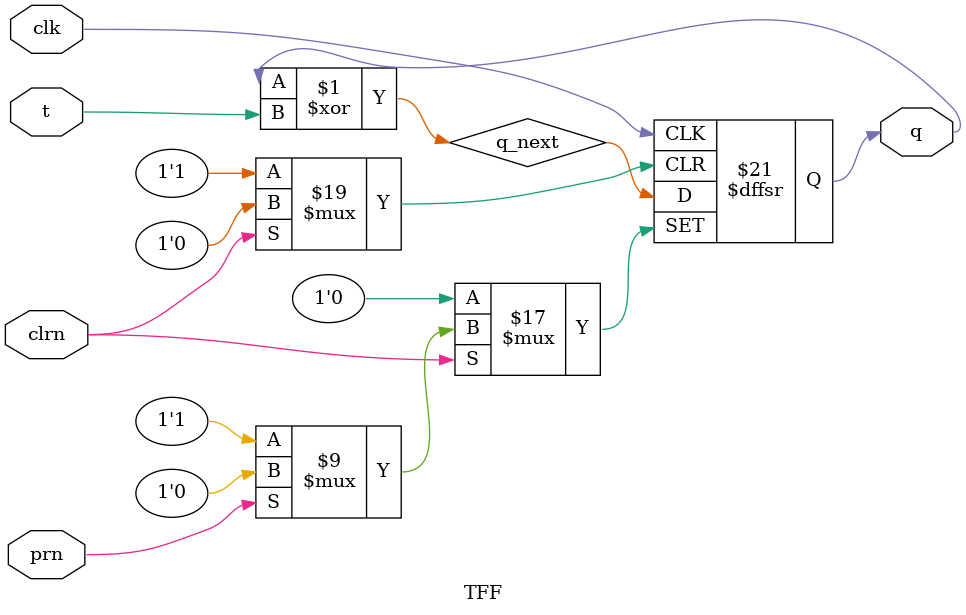
<source format=sv>
module Swap_unit #(
    parameter SIZE_ADDR     = 8 ,
    parameter SIZE_DATA     = 8 
)(
    input logic                     i_clk           ,
    input logic                     i_rst_n         ,
    
    input logic                     i_rd_en         ,
    input logic [SIZE_ADDR-1:0]     i_addr_i        ,
    input logic [SIZE_ADDR-1:0]     i_addr_smallest ,
    input logic [SIZE_DATA-1:0]     i_data_ram      ,

    output logic                    o_rd_en         ,
    output logic                    o_wr_en         ,
    output logic [SIZE_ADDR-1:0]    o_addr_ram      ,
    output logic [SIZE_DATA-1:0]    o_data_ram      ,

    output logic                    o_compare       ,
    output logic                    o_done_rd       ,
    output logic                    o_done_wr         
);

logic [SIZE_DATA-1:0]   i_READ_data_i;
logic [SIZE_DATA-1:0]   w_READ_data_i;

logic [SIZE_DATA-1:0]   i_READ_data_smallest;
logic [SIZE_DATA-1:0]   w_READ_data_smallest;
logic                   w_READ_en;
logic                   w_READ_select;

logic                   w_READ_rd_en;
logic                   w_READ_rd_en_1;

logic                   w_o_done_1;

logic                   w_WRITE_en;
logic                   w_WRITE_en_addr;
logic                   w_WRITE_en_1;

logic                   w_SELSWAP_sel;
logic                   w_SELSWAP_sel_1;
logic                   w_SELSWAP_sel_2;

always_ff @( posedge i_clk or negedge i_rst_n ) begin
    if(~i_rst_n) begin
        w_READ_data_i           <= '0;
        w_READ_data_smallest    <= '0;
    end else if(w_READ_en) begin
        w_READ_data_i           <= i_READ_data_i;
        w_READ_data_smallest    <= i_READ_data_smallest;
    end
end
TFF TFF_UNIT (
    .t                  (w_READ_en),
    .clk                (i_clk),
    .clrn               (1'b1),
    .prn                (1'b1),
    .q                  (w_READ_select) 
);
demux1to2 #(
    .SIZE_DATA          (SIZE_DATA)
) DEMUX_1_TO_2 (
    .din                (i_data_ram),
    .sel                (w_READ_select),
    .y0                 (i_READ_data_smallest),
    .y1                 (i_READ_data_i)
);
always_ff @( posedge i_clk or negedge i_rst_n ) begin
    if(~i_rst_n) begin
        w_READ_en       <= '0;
        w_READ_rd_en_1  <= '0;    
    end else begin
        w_READ_en       <= o_rd_en;
        w_READ_rd_en_1  <= w_READ_en;    
    end
end
assign w_READ_rd_en = i_rd_en | w_READ_rd_en_1;
always_ff @( posedge i_clk or negedge i_rst_n ) begin : proc_output_rd_en
    if(~i_rst_n) begin
        o_rd_en         <= '0;
    end else begin
        o_rd_en         <= w_READ_rd_en;
    end
end

assign o_compare = w_READ_data_i < w_READ_data_smallest;

always_ff @( posedge i_clk or negedge i_rst_n ) begin
    if(~i_rst_n) begin
        w_o_done_1      <= '0;
        o_done_rd       <= '0;
    end else begin
        w_o_done_1      <= w_READ_rd_en_1;
        o_done_rd       <= w_o_done_1;
    end
end

always_ff @( posedge i_clk or negedge i_rst_n ) begin
    if(~i_rst_n) begin
        w_WRITE_en_1    <= '0;
    end else begin
        w_WRITE_en_1    <= o_compare;
    end 
end
assign w_WRITE_en = w_WRITE_en_1 | o_compare;

TFF TFF_UNIT_1 (
    .t                  (o_rd_en),
    .clk                (i_clk),
    .clrn               (1'b1),
    .prn                (1'b1),
    .q                  (w_SELSWAP_sel_1) 
);
TFF TFF_UNIT_2 (
    .t                  (w_WRITE_en),
    .clk                (i_clk),
    .clrn               (1'b1),
    .prn                (1'b1),
    .q                  (w_SELSWAP_sel_2) 
);
assign w_SELSWAP_sel = w_SELSWAP_sel_1 | w_SELSWAP_sel_2;

Swap_data #(
    .SIZE_DATA (SIZE_DATA)
) SWAP_DATA_UNIT (
    .i_clk              (i_clk),
    .i_rst_n            (i_rst_n),
    .i_en               (w_WRITE_en),
    .i_compare          (o_compare),
    .i_sel              (w_SELSWAP_sel),
    .i_data_i           (w_READ_data_i),
    .i_data_smallest    (w_READ_data_smallest),
    .o_data_ram         (o_data_ram) 
);
assign w_WRITE_en_addr = w_READ_rd_en | w_WRITE_en;
Swap_addr #(
    .SIZE_ADDR (SIZE_ADDR)
) SWAP_ADDR_UNIT (
    .i_clk              (i_clk),
    .i_rst_n            (i_rst_n),
    .i_en               (w_WRITE_en_addr),
    .i_compare          (o_compare),
    .i_sel              (w_SELSWAP_sel),
    .i_addr_i           (i_addr_i),
    .i_addr_smallest    (i_addr_smallest),
    .o_addr_ram         (o_addr_ram) 
);
always_ff @( posedge i_clk or negedge i_rst_n ) begin
    if(~i_rst_n) begin
        o_wr_en         <= '0;
    end else begin
        o_wr_en         <= w_WRITE_en;
    end
end
always_ff @( posedge i_clk or negedge i_rst_n ) begin
    if(~i_rst_n) begin
        o_done_wr         <= '0;
    end else begin
        o_done_wr         <= o_wr_en;
    end
end

endmodule

module Swap_data #(
    parameter SIZE_DATA = 8
)(
    input logic                     i_clk           ,
    input logic                     i_rst_n         ,

    input logic                     i_en            ,
    input logic                     i_compare       ,
    input logic                     i_sel           ,

    input logic [SIZE_DATA-1:0]     i_data_i        ,
    input logic [SIZE_DATA-1:0]     i_data_smallest ,
    
    output logic [SIZE_DATA-1:0]    o_data_ram       
);

logic [SIZE_DATA-1:0] w_max_data;
logic [SIZE_DATA-1:0] w_min_data;

assign w_max_data   = (i_compare) ? i_data_smallest : i_data_i; 
assign w_min_data   = (i_compare) ? i_data_i        : i_data_smallest; 

logic [SIZE_DATA-1:0] w_data_ram_1;
logic [SIZE_DATA-1:0] w_data_ram_0;

always_ff @( posedge i_clk or negedge i_rst_n ) begin : proc_output_data
    if(~i_rst_n) begin
        w_data_ram_1        <= '0;
        w_data_ram_0        <= '0;
    end else if(i_en) begin
        w_data_ram_1        <= w_max_data;
        w_data_ram_0        <= w_min_data;
    end
end

assign o_data_ram = (i_sel) ? w_data_ram_1 : w_data_ram_0;

endmodule
module Swap_addr #(
    parameter SIZE_ADDR = 8
)(
    input logic                     i_clk           ,
    input logic                     i_rst_n         ,

    input logic                     i_en            ,
    input logic                     i_compare       ,
    input logic                     i_sel           ,

    input logic [SIZE_ADDR-1:0]     i_addr_i        ,
    input logic [SIZE_ADDR-1:0]     i_addr_smallest ,
    
    output logic [SIZE_ADDR-1:0]    o_addr_ram       
);

logic [SIZE_ADDR-1:0] w_max_addr;
logic [SIZE_ADDR-1:0] w_min_addr;

assign w_max_addr   = (i_compare) ? i_addr_smallest : i_addr_i; 
assign w_min_addr   = (i_compare) ? i_addr_i        : i_addr_smallest; 

logic [SIZE_ADDR-1:0] w_addr_ram_1;
logic [SIZE_ADDR-1:0] w_addr_ram_0;

always_ff @( posedge i_clk or negedge i_rst_n ) begin : proc_output_data
    if(~i_rst_n) begin
        w_addr_ram_1        <= '0;
        w_addr_ram_0        <= '0;
    end else if(i_en) begin
        w_addr_ram_1        <= w_max_addr;
        w_addr_ram_0        <= w_min_addr;
    end
end

assign o_addr_ram = (i_sel) ? w_addr_ram_1 : w_addr_ram_0;

endmodule

module demux1to2 #(
    parameter SIZE_DATA = 8
)(
    input  logic [SIZE_DATA-1:0]    din,
    input  logic sel,
    output logic [SIZE_DATA-1:0]    y0,
    output logic [SIZE_DATA-1:0]    y1
);
    always_comb begin
        y0 = 0;
        y1 = 0;
        case (sel)
            1'b0: y0 = din;
            1'b1: y1 = din;
        endcase
    end
endmodule
module TFF (
    input  logic t,
    input  logic clk,
    input  logic clrn,   // active-low async clear
    input  logic prn,    // active-low async preset
    output logic q
);

    logic q_next;

    // Toggle logic bằng XOR
    assign q_next = q ^ t;

    always_ff @(posedge clk or negedge clrn or negedge prn) begin
        if (~clrn)
            q <= 1'b0;           // clear
        else if (~prn)
            q <= 1'b1;           // preset
        else
            q <= q_next;         // cập nhật bằng XOR logic
    end

endmodule

</source>
